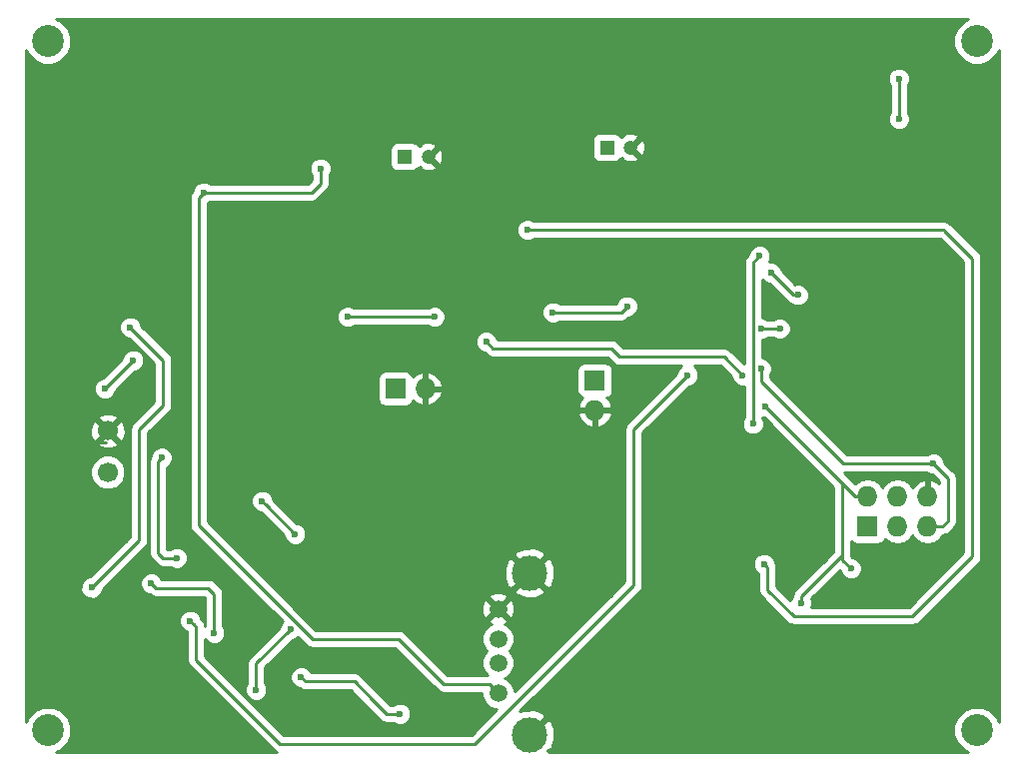
<source format=gbl>
G04 #@! TF.FileFunction,Copper,L2,Bot,Signal*
%FSLAX46Y46*%
G04 Gerber Fmt 4.6, Leading zero omitted, Abs format (unit mm)*
G04 Created by KiCad (PCBNEW (after 2015-mar-04 BZR unknown)-product) date Fri 03 Jul 2015 12:32:40 AM EDT*
%MOMM*%
G01*
G04 APERTURE LIST*
%ADD10C,0.100000*%
%ADD11R,1.727200X1.727200*%
%ADD12O,1.727200X1.727200*%
%ADD13C,1.501140*%
%ADD14C,2.999740*%
%ADD15C,2.700000*%
%ADD16C,1.700000*%
%ADD17R,1.200000X1.200000*%
%ADD18C,1.200000*%
%ADD19C,0.600000*%
%ADD20C,0.250000*%
%ADD21C,0.254000*%
G04 APERTURE END LIST*
D10*
D11*
X172974000Y-97663000D03*
D12*
X172974000Y-95123000D03*
X175514000Y-97663000D03*
X175514000Y-95123000D03*
X178054000Y-97663000D03*
X178054000Y-95123000D03*
D13*
X141668500Y-104648000D03*
X141668500Y-107188000D03*
X141668500Y-109220000D03*
X141668500Y-111760000D03*
D14*
X144335500Y-101600000D03*
X144335500Y-115316000D03*
D11*
X132969000Y-85979000D03*
D12*
X135509000Y-85979000D03*
D11*
X149860000Y-85280500D03*
D12*
X149860000Y-87820500D03*
D15*
X103505000Y-114935000D03*
X103505000Y-56515000D03*
X182245000Y-56515000D03*
X182245000Y-114935000D03*
D16*
X108585000Y-93063000D03*
X108585000Y-89563000D03*
D17*
X150892000Y-65532000D03*
D18*
X152892000Y-65532000D03*
D17*
X133747000Y-66294000D03*
D18*
X135747000Y-66294000D03*
D19*
X171958000Y-86106000D03*
X121539000Y-65278000D03*
X141668500Y-64897000D03*
X129730500Y-100012500D03*
X124968000Y-108712000D03*
X115887500Y-100457000D03*
X108077000Y-95948500D03*
X117919500Y-82042000D03*
X139636500Y-80645000D03*
X129032000Y-74041000D03*
X145796000Y-73914000D03*
X157861000Y-86550500D03*
X119253000Y-98107500D03*
X113157000Y-80454500D03*
X117919500Y-61849000D03*
X171069000Y-71564500D03*
X166624000Y-74866500D03*
X174752000Y-79375000D03*
X106807000Y-60198000D03*
X149860000Y-96266000D03*
X159512000Y-99314000D03*
X122428000Y-76454000D03*
X124080456Y-106364456D03*
X121158000Y-111506000D03*
X107205476Y-102852524D03*
X110490000Y-80772000D03*
X167386000Y-104140000D03*
X124460000Y-98298000D03*
X121666000Y-95504000D03*
X164338000Y-87503000D03*
X171577000Y-101219000D03*
X163957000Y-84264500D03*
X178562000Y-92329000D03*
X116713000Y-69342000D03*
X126619000Y-67310000D03*
X164211000Y-100838000D03*
X144145000Y-72517000D03*
X157734000Y-84836000D03*
X115570000Y-105664000D03*
X163258500Y-88963500D03*
X163830000Y-74739500D03*
X175641000Y-59690000D03*
X175641000Y-63119000D03*
X162369500Y-84836000D03*
X140652500Y-81978500D03*
X164782500Y-76136500D03*
X167068500Y-78041500D03*
X163957000Y-80899000D03*
X165538000Y-80895107D03*
X133350000Y-113538000D03*
X124968000Y-110426500D03*
X113157000Y-91821000D03*
X114427000Y-100330000D03*
X136271000Y-79883000D03*
X128905000Y-79883000D03*
X146304000Y-79502000D03*
X152590500Y-78994000D03*
X117602000Y-106680000D03*
X112268000Y-102489000D03*
X110744000Y-83566000D03*
X108331000Y-85979000D03*
D20*
X129730500Y-97790000D02*
X130492500Y-97028000D01*
X129730500Y-100012500D02*
X129730500Y-97790000D01*
X124968000Y-108712000D02*
X123634500Y-110045500D01*
X123634500Y-110045500D02*
X123634500Y-111760000D01*
X107777001Y-95648501D02*
X107396001Y-95648501D01*
X108077000Y-95948500D02*
X107777001Y-95648501D01*
X107396001Y-95648501D02*
X105918000Y-94170500D01*
X105918000Y-94170500D02*
X105918000Y-90868500D01*
X106235500Y-90551000D02*
X108458000Y-90551000D01*
X105918000Y-90868500D02*
X106235500Y-90551000D01*
X117619501Y-61549001D02*
X107904001Y-61549001D01*
X117919500Y-61849000D02*
X117619501Y-61549001D01*
X106807000Y-60452000D02*
X106807000Y-60198000D01*
X107904001Y-61549001D02*
X106807000Y-60452000D01*
X117919500Y-80962500D02*
X117919500Y-82042000D01*
X122428000Y-76454000D02*
X117919500Y-80962500D01*
X121158000Y-111506000D02*
X121158000Y-109286912D01*
X121158000Y-109286912D02*
X124080456Y-106364456D01*
X111252000Y-89408000D02*
X111252000Y-98806000D01*
X111252000Y-98806000D02*
X107205476Y-102852524D01*
X113284000Y-87376000D02*
X111252000Y-89408000D01*
X113284000Y-83566000D02*
X113284000Y-87376000D01*
X110490000Y-80772000D02*
X113284000Y-83566000D01*
X167386000Y-104140000D02*
X167386000Y-103548264D01*
X167386000Y-103548264D02*
X169969264Y-100965000D01*
X121965999Y-95803999D02*
X124460000Y-98298000D01*
X121666000Y-95504000D02*
X121965999Y-95803999D01*
X172974000Y-95123000D02*
X171958000Y-95123000D01*
X170859303Y-100074961D02*
X170859303Y-94024303D01*
X169969264Y-100965000D02*
X170859303Y-100074961D01*
X170859303Y-94024303D02*
X164338000Y-87503000D01*
X171958000Y-95123000D02*
X170859303Y-94024303D01*
X170859303Y-100501303D02*
X170859303Y-100074961D01*
X171577000Y-101219000D02*
X170859303Y-100501303D01*
X179324000Y-97663000D02*
X178054000Y-97663000D01*
X170942000Y-92329000D02*
X178562000Y-92329000D01*
X163957000Y-85344000D02*
X170942000Y-92329000D01*
X163957000Y-84264500D02*
X163957000Y-85344000D01*
X179788663Y-93555663D02*
X179638621Y-93405621D01*
X179788663Y-97198337D02*
X179788663Y-93555663D01*
X178562000Y-92329000D02*
X179638621Y-93405621D01*
X179788663Y-97198337D02*
X179324000Y-97663000D01*
X116713000Y-69342000D02*
X125857000Y-69342000D01*
X125857000Y-69342000D02*
X126619000Y-68580000D01*
X126619000Y-68580000D02*
X126619000Y-67310000D01*
X140917931Y-111009431D02*
X137044431Y-111009431D01*
X141668500Y-111760000D02*
X140917931Y-111009431D01*
X137044431Y-111009431D02*
X133223000Y-107188000D01*
X133223000Y-107188000D02*
X125920500Y-107188000D01*
X125920500Y-107188000D02*
X116268500Y-97536000D01*
X116268500Y-69786500D02*
X116713000Y-69342000D01*
X116268500Y-97536000D02*
X116268500Y-69786500D01*
X164510999Y-101137999D02*
X164510999Y-103042999D01*
X164211000Y-100838000D02*
X164510999Y-101137999D01*
X164510999Y-103042999D02*
X166751000Y-105283000D01*
X166751000Y-105283000D02*
X176784000Y-105283000D01*
X176784000Y-105283000D02*
X181864000Y-100203000D01*
X181864000Y-100203000D02*
X181864000Y-74930000D01*
X179451000Y-72517000D02*
X179485248Y-72551248D01*
X144145000Y-72517000D02*
X179451000Y-72517000D01*
X181864000Y-74930000D02*
X179485248Y-72551248D01*
X157734000Y-84836000D02*
X153162000Y-89408000D01*
X153162000Y-102616000D02*
X139700000Y-116078000D01*
X153162000Y-89408000D02*
X153162000Y-102616000D01*
X139700000Y-116078000D02*
X123190000Y-116078000D01*
X123190000Y-116078000D02*
X116078000Y-108966000D01*
X116078000Y-108966000D02*
X116078000Y-106172000D01*
X116078000Y-106172000D02*
X115869999Y-105963999D01*
X115869999Y-105963999D02*
X115570000Y-105664000D01*
X163258500Y-88963500D02*
X163258500Y-88539236D01*
X163258500Y-88539236D02*
X163258500Y-75501500D01*
X163258500Y-75311000D02*
X163830000Y-74739500D01*
X163258500Y-75501500D02*
X163258500Y-75311000D01*
X175641000Y-63119000D02*
X175641000Y-59690000D01*
X151988861Y-83281861D02*
X151257000Y-82550000D01*
X151988861Y-83281861D02*
X160815361Y-83281861D01*
X160815361Y-83281861D02*
X162369500Y-84836000D01*
X141224000Y-82550000D02*
X140652500Y-81978500D01*
X151257000Y-82550000D02*
X141224000Y-82550000D01*
X164782500Y-76136500D02*
X165082499Y-76436499D01*
X166687500Y-78041500D02*
X167068500Y-78041500D01*
X165082499Y-76436499D02*
X166687500Y-78041500D01*
X165534107Y-80899000D02*
X165538000Y-80895107D01*
X163957000Y-80899000D02*
X165534107Y-80899000D01*
X131064000Y-112395000D02*
X132207000Y-113538000D01*
X132207000Y-113538000D02*
X133350000Y-113538000D01*
X124968000Y-110426500D02*
X125349000Y-110807500D01*
X125349000Y-110807500D02*
X125412500Y-110807500D01*
X125349000Y-110807500D02*
X129476500Y-110807500D01*
X129476500Y-110807500D02*
X131064000Y-112395000D01*
X113157000Y-91821000D02*
X112857001Y-92120999D01*
X112857001Y-99903001D02*
X113284000Y-100330000D01*
X113284000Y-100330000D02*
X114427000Y-100330000D01*
X112857001Y-92120999D02*
X112857001Y-99903001D01*
X136271000Y-79883000D02*
X128905000Y-79883000D01*
X146304000Y-79502000D02*
X152082500Y-79502000D01*
X152082500Y-79502000D02*
X152590500Y-78994000D01*
X117602000Y-106680000D02*
X117602000Y-103378000D01*
X117602000Y-103378000D02*
X117094000Y-102870000D01*
X117094000Y-102870000D02*
X112649000Y-102870000D01*
X112649000Y-102870000D02*
X112268000Y-102489000D01*
X110744000Y-83566000D02*
X110444001Y-83865999D01*
X110444001Y-83865999D02*
X108331000Y-85979000D01*
D21*
G36*
X179028663Y-94022605D02*
X178828947Y-93840312D01*
X178413026Y-93668042D01*
X178181000Y-93789183D01*
X178181000Y-94996000D01*
X178201000Y-94996000D01*
X178201000Y-95250000D01*
X178181000Y-95250000D01*
X178181000Y-95270000D01*
X177927000Y-95270000D01*
X177927000Y-95250000D01*
X177907000Y-95250000D01*
X177907000Y-94996000D01*
X177927000Y-94996000D01*
X177927000Y-93789183D01*
X177694974Y-93668042D01*
X177279053Y-93840312D01*
X176847179Y-94234510D01*
X176789663Y-94357228D01*
X176573670Y-94033971D01*
X176087489Y-93709115D01*
X175514000Y-93595041D01*
X174940511Y-93709115D01*
X174454330Y-94033971D01*
X174244000Y-94348751D01*
X174033670Y-94033971D01*
X173547489Y-93709115D01*
X172974000Y-93595041D01*
X172400511Y-93709115D01*
X171931979Y-94022177D01*
X171396704Y-93486902D01*
X170998802Y-93089000D01*
X177999537Y-93089000D01*
X178031673Y-93121192D01*
X178375201Y-93263838D01*
X178422076Y-93263878D01*
X179028663Y-93870465D01*
X179028663Y-94022605D01*
X179028663Y-94022605D01*
G37*
X179028663Y-94022605D02*
X178828947Y-93840312D01*
X178413026Y-93668042D01*
X178181000Y-93789183D01*
X178181000Y-94996000D01*
X178201000Y-94996000D01*
X178201000Y-95250000D01*
X178181000Y-95250000D01*
X178181000Y-95270000D01*
X177927000Y-95270000D01*
X177927000Y-95250000D01*
X177907000Y-95250000D01*
X177907000Y-94996000D01*
X177927000Y-94996000D01*
X177927000Y-93789183D01*
X177694974Y-93668042D01*
X177279053Y-93840312D01*
X176847179Y-94234510D01*
X176789663Y-94357228D01*
X176573670Y-94033971D01*
X176087489Y-93709115D01*
X175514000Y-93595041D01*
X174940511Y-93709115D01*
X174454330Y-94033971D01*
X174244000Y-94348751D01*
X174033670Y-94033971D01*
X173547489Y-93709115D01*
X172974000Y-93595041D01*
X172400511Y-93709115D01*
X171931979Y-94022177D01*
X171396704Y-93486902D01*
X170998802Y-93089000D01*
X177999537Y-93089000D01*
X178031673Y-93121192D01*
X178375201Y-93263838D01*
X178422076Y-93263878D01*
X179028663Y-93870465D01*
X179028663Y-94022605D01*
G36*
X184100000Y-114226436D02*
X183928782Y-113812057D01*
X183370880Y-113253181D01*
X182641573Y-112950346D01*
X181851891Y-112949657D01*
X181122057Y-113251218D01*
X180563181Y-113809120D01*
X180260346Y-114538427D01*
X180259657Y-115328109D01*
X180561218Y-116057943D01*
X181119120Y-116616819D01*
X181536185Y-116790000D01*
X180975000Y-116790000D01*
X146478095Y-116790000D01*
X145936292Y-116790000D01*
X145962700Y-116763592D01*
X145849378Y-116650270D01*
X146168132Y-116490505D01*
X146478095Y-115699783D01*
X146461867Y-114850634D01*
X146168132Y-114141495D01*
X145849377Y-113981728D01*
X144515105Y-115316000D01*
X144529247Y-115330142D01*
X144349642Y-115509747D01*
X144335500Y-115495605D01*
X144321357Y-115509747D01*
X144141752Y-115330142D01*
X144155895Y-115316000D01*
X144141752Y-115301857D01*
X144321357Y-115122252D01*
X144335500Y-115136395D01*
X145669772Y-113802123D01*
X145510005Y-113483368D01*
X144719283Y-113173405D01*
X143870134Y-113189633D01*
X143516822Y-113335979D01*
X153699401Y-103153401D01*
X153864148Y-102906839D01*
X153922000Y-102616000D01*
X153922000Y-89722802D01*
X157873679Y-85771122D01*
X157919167Y-85771162D01*
X158262943Y-85629117D01*
X158526192Y-85366327D01*
X158668838Y-85022799D01*
X158669162Y-84650833D01*
X158527117Y-84307057D01*
X158264327Y-84043808D01*
X158259638Y-84041861D01*
X160500559Y-84041861D01*
X161434377Y-84975679D01*
X161434338Y-85021167D01*
X161576383Y-85364943D01*
X161839173Y-85628192D01*
X162182701Y-85770838D01*
X162498500Y-85771113D01*
X162498500Y-88401037D01*
X162466308Y-88433173D01*
X162323662Y-88776701D01*
X162323338Y-89148667D01*
X162465383Y-89492443D01*
X162728173Y-89755692D01*
X163071701Y-89898338D01*
X163443667Y-89898662D01*
X163787443Y-89756617D01*
X164050692Y-89493827D01*
X164193338Y-89150299D01*
X164193662Y-88778333D01*
X164051617Y-88434557D01*
X164018500Y-88401382D01*
X164018500Y-88382735D01*
X164151201Y-88437838D01*
X164198076Y-88437878D01*
X170099303Y-94339105D01*
X170099303Y-99760159D01*
X169431863Y-100427599D01*
X166848599Y-103010863D01*
X166683852Y-103257425D01*
X166626000Y-103548264D01*
X166626000Y-103577537D01*
X166593808Y-103609673D01*
X166464318Y-103921516D01*
X165270999Y-102728197D01*
X165270999Y-101137999D01*
X165213147Y-100847160D01*
X165146080Y-100746787D01*
X165146162Y-100652833D01*
X165004117Y-100309057D01*
X164741327Y-100045808D01*
X164397799Y-99903162D01*
X164025833Y-99902838D01*
X163682057Y-100044883D01*
X163418808Y-100307673D01*
X163276162Y-100651201D01*
X163275838Y-101023167D01*
X163417883Y-101366943D01*
X163680673Y-101630192D01*
X163750999Y-101659394D01*
X163750999Y-103042999D01*
X163808851Y-103333838D01*
X163973598Y-103580400D01*
X166213599Y-105820401D01*
X166460161Y-105985148D01*
X166751000Y-106043000D01*
X176784000Y-106043000D01*
X177074839Y-105985148D01*
X177321401Y-105820401D01*
X182401401Y-100740401D01*
X182566148Y-100493839D01*
X182624000Y-100203000D01*
X182624000Y-74930000D01*
X182566148Y-74639161D01*
X182566148Y-74639160D01*
X182401401Y-74392599D01*
X180022649Y-72013847D01*
X179988401Y-71979599D01*
X179741839Y-71814852D01*
X179451000Y-71757000D01*
X176576162Y-71757000D01*
X176576162Y-62933833D01*
X176434117Y-62590057D01*
X176401000Y-62556882D01*
X176401000Y-60252462D01*
X176433192Y-60220327D01*
X176575838Y-59876799D01*
X176576162Y-59504833D01*
X176434117Y-59161057D01*
X176171327Y-58897808D01*
X175827799Y-58755162D01*
X175455833Y-58754838D01*
X175112057Y-58896883D01*
X174848808Y-59159673D01*
X174706162Y-59503201D01*
X174705838Y-59875167D01*
X174847883Y-60218943D01*
X174881000Y-60252117D01*
X174881000Y-62556537D01*
X174848808Y-62588673D01*
X174706162Y-62932201D01*
X174705838Y-63304167D01*
X174847883Y-63647943D01*
X175110673Y-63911192D01*
X175454201Y-64053838D01*
X175826167Y-64054162D01*
X176169943Y-63912117D01*
X176433192Y-63649327D01*
X176575838Y-63305799D01*
X176576162Y-62933833D01*
X176576162Y-71757000D01*
X154139807Y-71757000D01*
X154139807Y-65700964D01*
X154109482Y-65210587D01*
X153980164Y-64898383D01*
X153754735Y-64848870D01*
X153575130Y-65028475D01*
X153071605Y-65532000D01*
X153754735Y-66215130D01*
X153980164Y-66165617D01*
X154139807Y-65700964D01*
X154139807Y-71757000D01*
X153575130Y-71757000D01*
X153575130Y-66394735D01*
X152892000Y-65711605D01*
X152877857Y-65725747D01*
X152712395Y-65560285D01*
X152698252Y-65546142D01*
X152712395Y-65532000D01*
X152698252Y-65517857D01*
X152877857Y-65338252D01*
X152892000Y-65352395D01*
X153575130Y-64669265D01*
X153525617Y-64443836D01*
X153060964Y-64284193D01*
X152570587Y-64314518D01*
X152258383Y-64443836D01*
X152208870Y-64669262D01*
X152093178Y-64553570D01*
X152038705Y-64608042D01*
X151952673Y-64477073D01*
X151741640Y-64334623D01*
X151492000Y-64284560D01*
X150292000Y-64284560D01*
X150049877Y-64331537D01*
X149837073Y-64471327D01*
X149694623Y-64682360D01*
X149644560Y-64932000D01*
X149644560Y-66132000D01*
X149691537Y-66374123D01*
X149831327Y-66586927D01*
X150042360Y-66729377D01*
X150292000Y-66779440D01*
X151492000Y-66779440D01*
X151734123Y-66732463D01*
X151946927Y-66592673D01*
X152039007Y-66456259D01*
X152093178Y-66510430D01*
X152208870Y-66394737D01*
X152258383Y-66620164D01*
X152723036Y-66779807D01*
X153213413Y-66749482D01*
X153525617Y-66620164D01*
X153575130Y-66394735D01*
X153575130Y-71757000D01*
X144707462Y-71757000D01*
X144675327Y-71724808D01*
X144331799Y-71582162D01*
X143959833Y-71581838D01*
X143616057Y-71723883D01*
X143352808Y-71986673D01*
X143210162Y-72330201D01*
X143209838Y-72702167D01*
X143351883Y-73045943D01*
X143614673Y-73309192D01*
X143958201Y-73451838D01*
X144330167Y-73452162D01*
X144673943Y-73310117D01*
X144707117Y-73277000D01*
X179136198Y-73277000D01*
X181104000Y-75244802D01*
X181104000Y-99888198D01*
X176469198Y-104523000D01*
X168239367Y-104523000D01*
X168320838Y-104326799D01*
X168321162Y-103954833D01*
X168243116Y-103765949D01*
X170506665Y-101502401D01*
X170641870Y-101367195D01*
X170641838Y-101404167D01*
X170783883Y-101747943D01*
X171046673Y-102011192D01*
X171390201Y-102153838D01*
X171762167Y-102154162D01*
X172105943Y-102012117D01*
X172369192Y-101749327D01*
X172511838Y-101405799D01*
X172512162Y-101033833D01*
X172370117Y-100690057D01*
X172107327Y-100426808D01*
X171763799Y-100284162D01*
X171716923Y-100284121D01*
X171619303Y-100186501D01*
X171619303Y-100074961D01*
X171619303Y-98935212D01*
X171649727Y-98981527D01*
X171860760Y-99123977D01*
X172110400Y-99174040D01*
X173837600Y-99174040D01*
X174079723Y-99127063D01*
X174292527Y-98987273D01*
X174434977Y-98776240D01*
X174443179Y-98735340D01*
X174454330Y-98752029D01*
X174940511Y-99076885D01*
X175514000Y-99190959D01*
X176087489Y-99076885D01*
X176573670Y-98752029D01*
X176784000Y-98437248D01*
X176994330Y-98752029D01*
X177480511Y-99076885D01*
X178054000Y-99190959D01*
X178627489Y-99076885D01*
X179113670Y-98752029D01*
X179334979Y-98420815D01*
X179614839Y-98365148D01*
X179861401Y-98200401D01*
X180326064Y-97735738D01*
X180490811Y-97489176D01*
X180548663Y-97198337D01*
X180548663Y-93555663D01*
X180500409Y-93313076D01*
X180490811Y-93264824D01*
X180490811Y-93264823D01*
X180326064Y-93018262D01*
X180176022Y-92868220D01*
X179497122Y-92189320D01*
X179497162Y-92143833D01*
X179355117Y-91800057D01*
X179092327Y-91536808D01*
X178748799Y-91394162D01*
X178376833Y-91393838D01*
X178033057Y-91535883D01*
X177999882Y-91569000D01*
X171256801Y-91569000D01*
X164717000Y-85029198D01*
X164717000Y-84826962D01*
X164749192Y-84794827D01*
X164891838Y-84451299D01*
X164892162Y-84079333D01*
X164750117Y-83735557D01*
X164487327Y-83472308D01*
X164143799Y-83329662D01*
X164018500Y-83329552D01*
X164018500Y-81834054D01*
X164142167Y-81834162D01*
X164485943Y-81692117D01*
X164519117Y-81659000D01*
X164979423Y-81659000D01*
X165007673Y-81687299D01*
X165351201Y-81829945D01*
X165723167Y-81830269D01*
X166066943Y-81688224D01*
X166330192Y-81425434D01*
X166472838Y-81081906D01*
X166473162Y-80709940D01*
X166331117Y-80366164D01*
X166068327Y-80102915D01*
X165724799Y-79960269D01*
X165352833Y-79959945D01*
X165009057Y-80101990D01*
X164971982Y-80139000D01*
X164519462Y-80139000D01*
X164487327Y-80106808D01*
X164143799Y-79964162D01*
X164018500Y-79964052D01*
X164018500Y-76694610D01*
X164252173Y-76928692D01*
X164595701Y-77071338D01*
X164642576Y-77071378D01*
X166150099Y-78578901D01*
X166396660Y-78743648D01*
X166396661Y-78743648D01*
X166461076Y-78756461D01*
X166461077Y-78756461D01*
X166538173Y-78833692D01*
X166881701Y-78976338D01*
X167253667Y-78976662D01*
X167597443Y-78834617D01*
X167860692Y-78571827D01*
X168003338Y-78228299D01*
X168003662Y-77856333D01*
X167861617Y-77512557D01*
X167598827Y-77249308D01*
X167255299Y-77106662D01*
X166883333Y-77106338D01*
X166843569Y-77122767D01*
X165717622Y-75996820D01*
X165717662Y-75951333D01*
X165575617Y-75607557D01*
X165312827Y-75344308D01*
X164969299Y-75201662D01*
X164650611Y-75201384D01*
X164764838Y-74926299D01*
X164765162Y-74554333D01*
X164623117Y-74210557D01*
X164360327Y-73947308D01*
X164016799Y-73804662D01*
X163644833Y-73804338D01*
X163301057Y-73946383D01*
X163037808Y-74209173D01*
X162895162Y-74552701D01*
X162895121Y-74599576D01*
X162721099Y-74773599D01*
X162556352Y-75020161D01*
X162498500Y-75311000D01*
X162498500Y-75501500D01*
X162498500Y-83890198D01*
X161352762Y-82744460D01*
X161106200Y-82579713D01*
X160815361Y-82521861D01*
X153525662Y-82521861D01*
X153525662Y-78808833D01*
X153383617Y-78465057D01*
X153120827Y-78201808D01*
X152777299Y-78059162D01*
X152405333Y-78058838D01*
X152061557Y-78200883D01*
X151798308Y-78463673D01*
X151682735Y-78742000D01*
X146866462Y-78742000D01*
X146834327Y-78709808D01*
X146490799Y-78567162D01*
X146118833Y-78566838D01*
X145775057Y-78708883D01*
X145511808Y-78971673D01*
X145369162Y-79315201D01*
X145368838Y-79687167D01*
X145510883Y-80030943D01*
X145773673Y-80294192D01*
X146117201Y-80436838D01*
X146489167Y-80437162D01*
X146832943Y-80295117D01*
X146866117Y-80262000D01*
X152082500Y-80262000D01*
X152373339Y-80204148D01*
X152619901Y-80039401D01*
X152730179Y-79929122D01*
X152775667Y-79929162D01*
X153119443Y-79787117D01*
X153382692Y-79524327D01*
X153525338Y-79180799D01*
X153525662Y-78808833D01*
X153525662Y-82521861D01*
X152303663Y-82521861D01*
X151794401Y-82012599D01*
X151547839Y-81847852D01*
X151257000Y-81790000D01*
X141586284Y-81790000D01*
X141445617Y-81449557D01*
X141182827Y-81186308D01*
X140839299Y-81043662D01*
X140467333Y-81043338D01*
X140123557Y-81185383D01*
X139860308Y-81448173D01*
X139717662Y-81791701D01*
X139717338Y-82163667D01*
X139859383Y-82507443D01*
X140122173Y-82770692D01*
X140465701Y-82913338D01*
X140512576Y-82913378D01*
X140686599Y-83087401D01*
X140933161Y-83252148D01*
X141224000Y-83310000D01*
X150942198Y-83310000D01*
X151451460Y-83819262D01*
X151698022Y-83984009D01*
X151988861Y-84041861D01*
X157207530Y-84041861D01*
X157205057Y-84042883D01*
X156941808Y-84305673D01*
X156799162Y-84649201D01*
X156799121Y-84696076D01*
X152624599Y-88870599D01*
X152459852Y-89117161D01*
X152402000Y-89408000D01*
X152402000Y-102301198D01*
X151371040Y-103332157D01*
X151371040Y-86144100D01*
X151371040Y-84416900D01*
X151324063Y-84174777D01*
X151184273Y-83961973D01*
X150973240Y-83819523D01*
X150723600Y-83769460D01*
X148996400Y-83769460D01*
X148754277Y-83816437D01*
X148541473Y-83956227D01*
X148399023Y-84167260D01*
X148348960Y-84416900D01*
X148348960Y-86144100D01*
X148395937Y-86386223D01*
X148535727Y-86599027D01*
X148746760Y-86741477D01*
X148841178Y-86760411D01*
X148653179Y-86932010D01*
X148405032Y-87461473D01*
X148525531Y-87693500D01*
X149733000Y-87693500D01*
X149733000Y-87673500D01*
X149987000Y-87673500D01*
X149987000Y-87693500D01*
X151194469Y-87693500D01*
X151314968Y-87461473D01*
X151066821Y-86932010D01*
X150879736Y-86761246D01*
X150965723Y-86744563D01*
X151178527Y-86604773D01*
X151320977Y-86393740D01*
X151371040Y-86144100D01*
X151371040Y-103332157D01*
X151314968Y-103388229D01*
X151314968Y-88179527D01*
X151194469Y-87947500D01*
X149987000Y-87947500D01*
X149987000Y-89154317D01*
X150219026Y-89275458D01*
X150634947Y-89103188D01*
X151066821Y-88708990D01*
X151314968Y-88179527D01*
X151314968Y-103388229D01*
X149733000Y-104970197D01*
X149733000Y-89154317D01*
X149733000Y-87947500D01*
X148525531Y-87947500D01*
X148405032Y-88179527D01*
X148653179Y-88708990D01*
X149085053Y-89103188D01*
X149500974Y-89275458D01*
X149733000Y-89154317D01*
X149733000Y-104970197D01*
X146478095Y-108225102D01*
X146478095Y-101983783D01*
X146461867Y-101134634D01*
X146168132Y-100425495D01*
X145849377Y-100265728D01*
X145669772Y-100445333D01*
X145669772Y-100086123D01*
X145510005Y-99767368D01*
X144719283Y-99457405D01*
X143870134Y-99473633D01*
X143160995Y-99767368D01*
X143001228Y-100086123D01*
X144335500Y-101420395D01*
X145669772Y-100086123D01*
X145669772Y-100445333D01*
X144515105Y-101600000D01*
X145849377Y-102934272D01*
X146168132Y-102774505D01*
X146478095Y-101983783D01*
X146478095Y-108225102D01*
X145669772Y-109033425D01*
X145669772Y-103113877D01*
X144335500Y-101779605D01*
X144155895Y-101959210D01*
X144155895Y-101600000D01*
X142821623Y-100265728D01*
X142502868Y-100425495D01*
X142192905Y-101216217D01*
X142209133Y-102065366D01*
X142502868Y-102774505D01*
X142821623Y-102934272D01*
X144155895Y-101600000D01*
X144155895Y-101959210D01*
X143001228Y-103113877D01*
X143160995Y-103432632D01*
X143951717Y-103742595D01*
X144800866Y-103726367D01*
X145510005Y-103432632D01*
X145669772Y-103113877D01*
X145669772Y-109033425D01*
X143066267Y-111636930D01*
X143066267Y-104852966D01*
X143038305Y-104302462D01*
X142881431Y-103923735D01*
X142640430Y-103855675D01*
X142460825Y-104035280D01*
X142460825Y-103676070D01*
X142392765Y-103435069D01*
X141873466Y-103250233D01*
X141322962Y-103278195D01*
X140944235Y-103435069D01*
X140876175Y-103676070D01*
X141668500Y-104468395D01*
X142460825Y-103676070D01*
X142460825Y-104035280D01*
X141848105Y-104648000D01*
X142640430Y-105440325D01*
X142881431Y-105372265D01*
X143066267Y-104852966D01*
X143066267Y-111636930D01*
X143054167Y-111649030D01*
X143054310Y-111485602D01*
X142843814Y-110976163D01*
X142454387Y-110586056D01*
X142223118Y-110490025D01*
X142452337Y-110395314D01*
X142842444Y-110005887D01*
X143053829Y-109496816D01*
X143054310Y-108945602D01*
X142843814Y-108436163D01*
X142611992Y-108203936D01*
X142842444Y-107973887D01*
X143053829Y-107464816D01*
X143054310Y-106913602D01*
X142843814Y-106404163D01*
X142454387Y-106014056D01*
X142239003Y-105924621D01*
X142392765Y-105860931D01*
X142460825Y-105619930D01*
X141668500Y-104827605D01*
X141488895Y-105007210D01*
X141488895Y-104648000D01*
X140696570Y-103855675D01*
X140455569Y-103923735D01*
X140270733Y-104443034D01*
X140298695Y-104993538D01*
X140455569Y-105372265D01*
X140696570Y-105440325D01*
X141488895Y-104648000D01*
X141488895Y-105007210D01*
X140876175Y-105619930D01*
X140944235Y-105860931D01*
X141109540Y-105919768D01*
X140884663Y-106012686D01*
X140494556Y-106402113D01*
X140283171Y-106911184D01*
X140282690Y-107462398D01*
X140493186Y-107971837D01*
X140725007Y-108204063D01*
X140494556Y-108434113D01*
X140283171Y-108943184D01*
X140282690Y-109494398D01*
X140493186Y-110003837D01*
X140738351Y-110249431D01*
X137359233Y-110249431D01*
X137206162Y-110096360D01*
X137206162Y-79697833D01*
X137064117Y-79354057D01*
X136994807Y-79284625D01*
X136994807Y-66462964D01*
X136964482Y-65972587D01*
X136835164Y-65660383D01*
X136609735Y-65610870D01*
X136430130Y-65790475D01*
X135926605Y-66294000D01*
X136609735Y-66977130D01*
X136835164Y-66927617D01*
X136994807Y-66462964D01*
X136994807Y-79284625D01*
X136801327Y-79090808D01*
X136457799Y-78948162D01*
X136430130Y-78948137D01*
X136430130Y-67156735D01*
X135747000Y-66473605D01*
X135732857Y-66487747D01*
X135567395Y-66322285D01*
X135553252Y-66308142D01*
X135567395Y-66294000D01*
X135553252Y-66279857D01*
X135732857Y-66100252D01*
X135747000Y-66114395D01*
X136430130Y-65431265D01*
X136380617Y-65205836D01*
X135915964Y-65046193D01*
X135425587Y-65076518D01*
X135113383Y-65205836D01*
X135063870Y-65431262D01*
X134948178Y-65315570D01*
X134893705Y-65370042D01*
X134807673Y-65239073D01*
X134596640Y-65096623D01*
X134347000Y-65046560D01*
X133147000Y-65046560D01*
X132904877Y-65093537D01*
X132692073Y-65233327D01*
X132549623Y-65444360D01*
X132499560Y-65694000D01*
X132499560Y-66894000D01*
X132546537Y-67136123D01*
X132686327Y-67348927D01*
X132897360Y-67491377D01*
X133147000Y-67541440D01*
X134347000Y-67541440D01*
X134589123Y-67494463D01*
X134801927Y-67354673D01*
X134894007Y-67218259D01*
X134948178Y-67272430D01*
X135063870Y-67156737D01*
X135113383Y-67382164D01*
X135578036Y-67541807D01*
X136068413Y-67511482D01*
X136380617Y-67382164D01*
X136430130Y-67156735D01*
X136430130Y-78948137D01*
X136085833Y-78947838D01*
X135742057Y-79089883D01*
X135708882Y-79123000D01*
X129467462Y-79123000D01*
X129435327Y-79090808D01*
X129091799Y-78948162D01*
X128719833Y-78947838D01*
X128376057Y-79089883D01*
X128112808Y-79352673D01*
X127970162Y-79696201D01*
X127969838Y-80068167D01*
X128111883Y-80411943D01*
X128374673Y-80675192D01*
X128718201Y-80817838D01*
X129090167Y-80818162D01*
X129433943Y-80676117D01*
X129467117Y-80643000D01*
X135708537Y-80643000D01*
X135740673Y-80675192D01*
X136084201Y-80817838D01*
X136456167Y-80818162D01*
X136799943Y-80676117D01*
X137063192Y-80413327D01*
X137205838Y-80069799D01*
X137206162Y-79697833D01*
X137206162Y-110096360D01*
X136963958Y-109854156D01*
X136963958Y-86338026D01*
X136963958Y-85619974D01*
X136791688Y-85204053D01*
X136397490Y-84772179D01*
X135868027Y-84524032D01*
X135636000Y-84644531D01*
X135636000Y-85852000D01*
X136842817Y-85852000D01*
X136963958Y-85619974D01*
X136963958Y-86338026D01*
X136842817Y-86106000D01*
X135636000Y-86106000D01*
X135636000Y-87313469D01*
X135868027Y-87433968D01*
X136397490Y-87185821D01*
X136791688Y-86753947D01*
X136963958Y-86338026D01*
X136963958Y-109854156D01*
X135382000Y-108272198D01*
X135382000Y-87313469D01*
X135382000Y-86106000D01*
X135362000Y-86106000D01*
X135362000Y-85852000D01*
X135382000Y-85852000D01*
X135382000Y-84644531D01*
X135149973Y-84524032D01*
X134620510Y-84772179D01*
X134449746Y-84959263D01*
X134433063Y-84873277D01*
X134293273Y-84660473D01*
X134082240Y-84518023D01*
X133832600Y-84467960D01*
X132105400Y-84467960D01*
X131863277Y-84514937D01*
X131650473Y-84654727D01*
X131508023Y-84865760D01*
X131457960Y-85115400D01*
X131457960Y-86842600D01*
X131504937Y-87084723D01*
X131644727Y-87297527D01*
X131855760Y-87439977D01*
X132105400Y-87490040D01*
X133832600Y-87490040D01*
X134074723Y-87443063D01*
X134287527Y-87303273D01*
X134429977Y-87092240D01*
X134448911Y-86997821D01*
X134620510Y-87185821D01*
X135149973Y-87433968D01*
X135382000Y-87313469D01*
X135382000Y-108272198D01*
X133760401Y-106650599D01*
X133513839Y-106485852D01*
X133223000Y-106428000D01*
X126235302Y-106428000D01*
X125395162Y-105587860D01*
X125395162Y-98112833D01*
X125253117Y-97769057D01*
X124990327Y-97505808D01*
X124646799Y-97363162D01*
X124599923Y-97363121D01*
X122601122Y-95364320D01*
X122601162Y-95318833D01*
X122459117Y-94975057D01*
X122196327Y-94711808D01*
X121852799Y-94569162D01*
X121480833Y-94568838D01*
X121137057Y-94710883D01*
X120873808Y-94973673D01*
X120731162Y-95317201D01*
X120730838Y-95689167D01*
X120872883Y-96032943D01*
X121135673Y-96296192D01*
X121479201Y-96438838D01*
X121526076Y-96438878D01*
X123524877Y-98437679D01*
X123524838Y-98483167D01*
X123666883Y-98826943D01*
X123929673Y-99090192D01*
X124273201Y-99232838D01*
X124645167Y-99233162D01*
X124988943Y-99091117D01*
X125252192Y-98828327D01*
X125394838Y-98484799D01*
X125395162Y-98112833D01*
X125395162Y-105587860D01*
X117028500Y-97221198D01*
X117028500Y-70223309D01*
X117241943Y-70135117D01*
X117275117Y-70102000D01*
X125857000Y-70102000D01*
X126147839Y-70044148D01*
X126394401Y-69879401D01*
X127156401Y-69117401D01*
X127321148Y-68870839D01*
X127379000Y-68580000D01*
X127379000Y-67872462D01*
X127411192Y-67840327D01*
X127553838Y-67496799D01*
X127554162Y-67124833D01*
X127412117Y-66781057D01*
X127149327Y-66517808D01*
X126805799Y-66375162D01*
X126433833Y-66374838D01*
X126090057Y-66516883D01*
X125826808Y-66779673D01*
X125684162Y-67123201D01*
X125683838Y-67495167D01*
X125825883Y-67838943D01*
X125859000Y-67872117D01*
X125859000Y-68265198D01*
X125542198Y-68582000D01*
X117275462Y-68582000D01*
X117243327Y-68549808D01*
X116899799Y-68407162D01*
X116527833Y-68406838D01*
X116184057Y-68548883D01*
X115920808Y-68811673D01*
X115778162Y-69155201D01*
X115778121Y-69202076D01*
X115731099Y-69249099D01*
X115566352Y-69495661D01*
X115508500Y-69786500D01*
X115508500Y-97536000D01*
X115566352Y-97826839D01*
X115731099Y-98073401D01*
X123390134Y-105732436D01*
X123288264Y-105834129D01*
X123145618Y-106177657D01*
X123145577Y-106224532D01*
X120620599Y-108749511D01*
X120455852Y-108996073D01*
X120398000Y-109286912D01*
X120398000Y-110943537D01*
X120365808Y-110975673D01*
X120223162Y-111319201D01*
X120222838Y-111691167D01*
X120364883Y-112034943D01*
X120627673Y-112298192D01*
X120971201Y-112440838D01*
X121343167Y-112441162D01*
X121686943Y-112299117D01*
X121950192Y-112036327D01*
X122092838Y-111692799D01*
X122093162Y-111320833D01*
X121951117Y-110977057D01*
X121918000Y-110943882D01*
X121918000Y-109601714D01*
X124220135Y-107299578D01*
X124265623Y-107299618D01*
X124609399Y-107157573D01*
X124712424Y-107054726D01*
X125383099Y-107725401D01*
X125629660Y-107890148D01*
X125629661Y-107890148D01*
X125920500Y-107948000D01*
X132908197Y-107948000D01*
X136507030Y-111546832D01*
X136753592Y-111711579D01*
X137044431Y-111769431D01*
X140282921Y-111769431D01*
X140282690Y-112034398D01*
X140493186Y-112543837D01*
X140882613Y-112933944D01*
X141391684Y-113145329D01*
X141557724Y-113145473D01*
X139385198Y-115318000D01*
X134285162Y-115318000D01*
X134285162Y-113352833D01*
X134143117Y-113009057D01*
X133880327Y-112745808D01*
X133536799Y-112603162D01*
X133164833Y-112602838D01*
X132821057Y-112744883D01*
X132787882Y-112778000D01*
X132521802Y-112778000D01*
X131601401Y-111857599D01*
X130013901Y-110270099D01*
X129767339Y-110105352D01*
X129476500Y-110047500D01*
X125823072Y-110047500D01*
X125761117Y-109897557D01*
X125498327Y-109634308D01*
X125154799Y-109491662D01*
X124782833Y-109491338D01*
X124439057Y-109633383D01*
X124175808Y-109896173D01*
X124033162Y-110239701D01*
X124032838Y-110611667D01*
X124174883Y-110955443D01*
X124437673Y-111218692D01*
X124781201Y-111361338D01*
X124836270Y-111361385D01*
X125058160Y-111509648D01*
X125058161Y-111509648D01*
X125349000Y-111567500D01*
X125412500Y-111567500D01*
X129161698Y-111567500D01*
X130526599Y-112932401D01*
X131669599Y-114075401D01*
X131916161Y-114240148D01*
X132207000Y-114298000D01*
X132787537Y-114298000D01*
X132819673Y-114330192D01*
X133163201Y-114472838D01*
X133535167Y-114473162D01*
X133878943Y-114331117D01*
X134142192Y-114068327D01*
X134284838Y-113724799D01*
X134285162Y-113352833D01*
X134285162Y-115318000D01*
X123504802Y-115318000D01*
X116838000Y-108651198D01*
X116838000Y-107238110D01*
X117071673Y-107472192D01*
X117415201Y-107614838D01*
X117787167Y-107615162D01*
X118130943Y-107473117D01*
X118394192Y-107210327D01*
X118536838Y-106866799D01*
X118537162Y-106494833D01*
X118395117Y-106151057D01*
X118362000Y-106117882D01*
X118362000Y-103378000D01*
X118304148Y-103087161D01*
X118304147Y-103087160D01*
X118139401Y-102840599D01*
X117631401Y-102332599D01*
X117384839Y-102167852D01*
X117094000Y-102110000D01*
X115362162Y-102110000D01*
X115362162Y-100144833D01*
X115220117Y-99801057D01*
X114957327Y-99537808D01*
X114613799Y-99395162D01*
X114241833Y-99394838D01*
X113898057Y-99536883D01*
X113864882Y-99570000D01*
X113617001Y-99570000D01*
X113617001Y-92642603D01*
X113685943Y-92614117D01*
X113949192Y-92351327D01*
X114091838Y-92007799D01*
X114092162Y-91635833D01*
X114044000Y-91519271D01*
X114044000Y-87376000D01*
X114044000Y-83566000D01*
X113986148Y-83275161D01*
X113821401Y-83028599D01*
X111425122Y-80632320D01*
X111425162Y-80586833D01*
X111283117Y-80243057D01*
X111020327Y-79979808D01*
X110676799Y-79837162D01*
X110304833Y-79836838D01*
X109961057Y-79978883D01*
X109697808Y-80241673D01*
X109555162Y-80585201D01*
X109554838Y-80957167D01*
X109696883Y-81300943D01*
X109959673Y-81564192D01*
X110303201Y-81706838D01*
X110350076Y-81706878D01*
X112524000Y-83880802D01*
X112524000Y-87061198D01*
X111679162Y-87906036D01*
X111679162Y-83380833D01*
X111537117Y-83037057D01*
X111274327Y-82773808D01*
X110930799Y-82631162D01*
X110558833Y-82630838D01*
X110215057Y-82772883D01*
X109951808Y-83035673D01*
X109809162Y-83379201D01*
X109809121Y-83426076D01*
X108191320Y-85043877D01*
X108145833Y-85043838D01*
X107802057Y-85185883D01*
X107538808Y-85448673D01*
X107396162Y-85792201D01*
X107395838Y-86164167D01*
X107537883Y-86507943D01*
X107800673Y-86771192D01*
X108144201Y-86913838D01*
X108516167Y-86914162D01*
X108859943Y-86772117D01*
X109123192Y-86509327D01*
X109265838Y-86165799D01*
X109265878Y-86118923D01*
X110883679Y-84501122D01*
X110929167Y-84501162D01*
X111272943Y-84359117D01*
X111536192Y-84096327D01*
X111678838Y-83752799D01*
X111679162Y-83380833D01*
X111679162Y-87906036D01*
X110714599Y-88870599D01*
X110549852Y-89117161D01*
X110492000Y-89408000D01*
X110492000Y-98491198D01*
X110081718Y-98901479D01*
X110081718Y-89791721D01*
X110055315Y-89201542D01*
X109880259Y-88778920D01*
X109628958Y-88698647D01*
X109449353Y-88878252D01*
X109449353Y-88519042D01*
X109369080Y-88267741D01*
X108813721Y-88066282D01*
X108223542Y-88092685D01*
X107800920Y-88267741D01*
X107720647Y-88519042D01*
X108585000Y-89383395D01*
X109449353Y-88519042D01*
X109449353Y-88878252D01*
X108764605Y-89563000D01*
X109628958Y-90427353D01*
X109880259Y-90347080D01*
X110081718Y-89791721D01*
X110081718Y-98901479D01*
X110070257Y-98912940D01*
X110070257Y-92768911D01*
X109844656Y-92222914D01*
X109449353Y-91826920D01*
X109449353Y-90606958D01*
X108585000Y-89742605D01*
X108405395Y-89922210D01*
X108405395Y-89563000D01*
X107541042Y-88698647D01*
X107289741Y-88778920D01*
X107088282Y-89334279D01*
X107114685Y-89924458D01*
X107289741Y-90347080D01*
X107541042Y-90427353D01*
X108405395Y-89563000D01*
X108405395Y-89922210D01*
X107720647Y-90606958D01*
X107800920Y-90858259D01*
X108356279Y-91059718D01*
X108946458Y-91033315D01*
X109369080Y-90858259D01*
X109449353Y-90606958D01*
X109449353Y-91826920D01*
X109427283Y-91804812D01*
X108881681Y-91578258D01*
X108290911Y-91577743D01*
X107744914Y-91803344D01*
X107326812Y-92220717D01*
X107100258Y-92766319D01*
X107099743Y-93357089D01*
X107325344Y-93903086D01*
X107742717Y-94321188D01*
X108288319Y-94547742D01*
X108879089Y-94548257D01*
X109425086Y-94322656D01*
X109843188Y-93905283D01*
X110069742Y-93359681D01*
X110070257Y-92768911D01*
X110070257Y-98912940D01*
X107065796Y-101917401D01*
X107020309Y-101917362D01*
X106676533Y-102059407D01*
X106413284Y-102322197D01*
X106270638Y-102665725D01*
X106270314Y-103037691D01*
X106412359Y-103381467D01*
X106675149Y-103644716D01*
X107018677Y-103787362D01*
X107390643Y-103787686D01*
X107734419Y-103645641D01*
X107997668Y-103382851D01*
X108140314Y-103039323D01*
X108140354Y-102992447D01*
X111789401Y-99343401D01*
X111954148Y-99096839D01*
X112012000Y-98806000D01*
X112012000Y-89722802D01*
X113821401Y-87913401D01*
X113986148Y-87666839D01*
X114044000Y-87376000D01*
X114044000Y-91519271D01*
X113950117Y-91292057D01*
X113687327Y-91028808D01*
X113343799Y-90886162D01*
X112971833Y-90885838D01*
X112628057Y-91027883D01*
X112364808Y-91290673D01*
X112222162Y-91634201D01*
X112222078Y-91729548D01*
X112154853Y-91830160D01*
X112097001Y-92120999D01*
X112097001Y-99903001D01*
X112154853Y-100193840D01*
X112319600Y-100440402D01*
X112746599Y-100867401D01*
X112993161Y-101032148D01*
X113284000Y-101090000D01*
X113864537Y-101090000D01*
X113896673Y-101122192D01*
X114240201Y-101264838D01*
X114612167Y-101265162D01*
X114955943Y-101123117D01*
X115219192Y-100860327D01*
X115361838Y-100516799D01*
X115362162Y-100144833D01*
X115362162Y-102110000D01*
X113123072Y-102110000D01*
X113061117Y-101960057D01*
X112798327Y-101696808D01*
X112454799Y-101554162D01*
X112082833Y-101553838D01*
X111739057Y-101695883D01*
X111475808Y-101958673D01*
X111333162Y-102302201D01*
X111332838Y-102674167D01*
X111474883Y-103017943D01*
X111737673Y-103281192D01*
X112081201Y-103423838D01*
X112136270Y-103423885D01*
X112358160Y-103572148D01*
X112358161Y-103572148D01*
X112649000Y-103630000D01*
X116779198Y-103630000D01*
X116842000Y-103692802D01*
X116842000Y-106117537D01*
X116829624Y-106129891D01*
X116780148Y-105881161D01*
X116615401Y-105634599D01*
X116505122Y-105524320D01*
X116505162Y-105478833D01*
X116363117Y-105135057D01*
X116100327Y-104871808D01*
X115756799Y-104729162D01*
X115384833Y-104728838D01*
X115041057Y-104870883D01*
X114777808Y-105133673D01*
X114635162Y-105477201D01*
X114634838Y-105849167D01*
X114776883Y-106192943D01*
X115039673Y-106456192D01*
X115318000Y-106571764D01*
X115318000Y-108966000D01*
X115375852Y-109256839D01*
X115540599Y-109503401D01*
X122652599Y-116615401D01*
X122899161Y-116780148D01*
X122948689Y-116790000D01*
X104775000Y-116790000D01*
X104213563Y-116790000D01*
X104627943Y-116618782D01*
X105186819Y-116060880D01*
X105489654Y-115331573D01*
X105490343Y-114541891D01*
X105188782Y-113812057D01*
X104630880Y-113253181D01*
X103901573Y-112950346D01*
X103111891Y-112949657D01*
X102382057Y-113251218D01*
X101823181Y-113809120D01*
X101650000Y-114226185D01*
X101650000Y-57223563D01*
X101821218Y-57637943D01*
X102379120Y-58196819D01*
X103108427Y-58499654D01*
X103898109Y-58500343D01*
X104627943Y-58198782D01*
X105186819Y-57640880D01*
X105489654Y-56911573D01*
X105490343Y-56121891D01*
X105188782Y-55392057D01*
X104630880Y-54833181D01*
X104213814Y-54660000D01*
X104775000Y-54660000D01*
X180975000Y-54660000D01*
X181536436Y-54660000D01*
X181122057Y-54831218D01*
X180563181Y-55389120D01*
X180260346Y-56118427D01*
X180259657Y-56908109D01*
X180561218Y-57637943D01*
X181119120Y-58196819D01*
X181848427Y-58499654D01*
X182638109Y-58500343D01*
X183367943Y-58198782D01*
X183926819Y-57640880D01*
X184100000Y-57223814D01*
X184100000Y-114226436D01*
X184100000Y-114226436D01*
G37*
X184100000Y-114226436D02*
X183928782Y-113812057D01*
X183370880Y-113253181D01*
X182641573Y-112950346D01*
X181851891Y-112949657D01*
X181122057Y-113251218D01*
X180563181Y-113809120D01*
X180260346Y-114538427D01*
X180259657Y-115328109D01*
X180561218Y-116057943D01*
X181119120Y-116616819D01*
X181536185Y-116790000D01*
X180975000Y-116790000D01*
X146478095Y-116790000D01*
X145936292Y-116790000D01*
X145962700Y-116763592D01*
X145849378Y-116650270D01*
X146168132Y-116490505D01*
X146478095Y-115699783D01*
X146461867Y-114850634D01*
X146168132Y-114141495D01*
X145849377Y-113981728D01*
X144515105Y-115316000D01*
X144529247Y-115330142D01*
X144349642Y-115509747D01*
X144335500Y-115495605D01*
X144321357Y-115509747D01*
X144141752Y-115330142D01*
X144155895Y-115316000D01*
X144141752Y-115301857D01*
X144321357Y-115122252D01*
X144335500Y-115136395D01*
X145669772Y-113802123D01*
X145510005Y-113483368D01*
X144719283Y-113173405D01*
X143870134Y-113189633D01*
X143516822Y-113335979D01*
X153699401Y-103153401D01*
X153864148Y-102906839D01*
X153922000Y-102616000D01*
X153922000Y-89722802D01*
X157873679Y-85771122D01*
X157919167Y-85771162D01*
X158262943Y-85629117D01*
X158526192Y-85366327D01*
X158668838Y-85022799D01*
X158669162Y-84650833D01*
X158527117Y-84307057D01*
X158264327Y-84043808D01*
X158259638Y-84041861D01*
X160500559Y-84041861D01*
X161434377Y-84975679D01*
X161434338Y-85021167D01*
X161576383Y-85364943D01*
X161839173Y-85628192D01*
X162182701Y-85770838D01*
X162498500Y-85771113D01*
X162498500Y-88401037D01*
X162466308Y-88433173D01*
X162323662Y-88776701D01*
X162323338Y-89148667D01*
X162465383Y-89492443D01*
X162728173Y-89755692D01*
X163071701Y-89898338D01*
X163443667Y-89898662D01*
X163787443Y-89756617D01*
X164050692Y-89493827D01*
X164193338Y-89150299D01*
X164193662Y-88778333D01*
X164051617Y-88434557D01*
X164018500Y-88401382D01*
X164018500Y-88382735D01*
X164151201Y-88437838D01*
X164198076Y-88437878D01*
X170099303Y-94339105D01*
X170099303Y-99760159D01*
X169431863Y-100427599D01*
X166848599Y-103010863D01*
X166683852Y-103257425D01*
X166626000Y-103548264D01*
X166626000Y-103577537D01*
X166593808Y-103609673D01*
X166464318Y-103921516D01*
X165270999Y-102728197D01*
X165270999Y-101137999D01*
X165213147Y-100847160D01*
X165146080Y-100746787D01*
X165146162Y-100652833D01*
X165004117Y-100309057D01*
X164741327Y-100045808D01*
X164397799Y-99903162D01*
X164025833Y-99902838D01*
X163682057Y-100044883D01*
X163418808Y-100307673D01*
X163276162Y-100651201D01*
X163275838Y-101023167D01*
X163417883Y-101366943D01*
X163680673Y-101630192D01*
X163750999Y-101659394D01*
X163750999Y-103042999D01*
X163808851Y-103333838D01*
X163973598Y-103580400D01*
X166213599Y-105820401D01*
X166460161Y-105985148D01*
X166751000Y-106043000D01*
X176784000Y-106043000D01*
X177074839Y-105985148D01*
X177321401Y-105820401D01*
X182401401Y-100740401D01*
X182566148Y-100493839D01*
X182624000Y-100203000D01*
X182624000Y-74930000D01*
X182566148Y-74639161D01*
X182566148Y-74639160D01*
X182401401Y-74392599D01*
X180022649Y-72013847D01*
X179988401Y-71979599D01*
X179741839Y-71814852D01*
X179451000Y-71757000D01*
X176576162Y-71757000D01*
X176576162Y-62933833D01*
X176434117Y-62590057D01*
X176401000Y-62556882D01*
X176401000Y-60252462D01*
X176433192Y-60220327D01*
X176575838Y-59876799D01*
X176576162Y-59504833D01*
X176434117Y-59161057D01*
X176171327Y-58897808D01*
X175827799Y-58755162D01*
X175455833Y-58754838D01*
X175112057Y-58896883D01*
X174848808Y-59159673D01*
X174706162Y-59503201D01*
X174705838Y-59875167D01*
X174847883Y-60218943D01*
X174881000Y-60252117D01*
X174881000Y-62556537D01*
X174848808Y-62588673D01*
X174706162Y-62932201D01*
X174705838Y-63304167D01*
X174847883Y-63647943D01*
X175110673Y-63911192D01*
X175454201Y-64053838D01*
X175826167Y-64054162D01*
X176169943Y-63912117D01*
X176433192Y-63649327D01*
X176575838Y-63305799D01*
X176576162Y-62933833D01*
X176576162Y-71757000D01*
X154139807Y-71757000D01*
X154139807Y-65700964D01*
X154109482Y-65210587D01*
X153980164Y-64898383D01*
X153754735Y-64848870D01*
X153575130Y-65028475D01*
X153071605Y-65532000D01*
X153754735Y-66215130D01*
X153980164Y-66165617D01*
X154139807Y-65700964D01*
X154139807Y-71757000D01*
X153575130Y-71757000D01*
X153575130Y-66394735D01*
X152892000Y-65711605D01*
X152877857Y-65725747D01*
X152712395Y-65560285D01*
X152698252Y-65546142D01*
X152712395Y-65532000D01*
X152698252Y-65517857D01*
X152877857Y-65338252D01*
X152892000Y-65352395D01*
X153575130Y-64669265D01*
X153525617Y-64443836D01*
X153060964Y-64284193D01*
X152570587Y-64314518D01*
X152258383Y-64443836D01*
X152208870Y-64669262D01*
X152093178Y-64553570D01*
X152038705Y-64608042D01*
X151952673Y-64477073D01*
X151741640Y-64334623D01*
X151492000Y-64284560D01*
X150292000Y-64284560D01*
X150049877Y-64331537D01*
X149837073Y-64471327D01*
X149694623Y-64682360D01*
X149644560Y-64932000D01*
X149644560Y-66132000D01*
X149691537Y-66374123D01*
X149831327Y-66586927D01*
X150042360Y-66729377D01*
X150292000Y-66779440D01*
X151492000Y-66779440D01*
X151734123Y-66732463D01*
X151946927Y-66592673D01*
X152039007Y-66456259D01*
X152093178Y-66510430D01*
X152208870Y-66394737D01*
X152258383Y-66620164D01*
X152723036Y-66779807D01*
X153213413Y-66749482D01*
X153525617Y-66620164D01*
X153575130Y-66394735D01*
X153575130Y-71757000D01*
X144707462Y-71757000D01*
X144675327Y-71724808D01*
X144331799Y-71582162D01*
X143959833Y-71581838D01*
X143616057Y-71723883D01*
X143352808Y-71986673D01*
X143210162Y-72330201D01*
X143209838Y-72702167D01*
X143351883Y-73045943D01*
X143614673Y-73309192D01*
X143958201Y-73451838D01*
X144330167Y-73452162D01*
X144673943Y-73310117D01*
X144707117Y-73277000D01*
X179136198Y-73277000D01*
X181104000Y-75244802D01*
X181104000Y-99888198D01*
X176469198Y-104523000D01*
X168239367Y-104523000D01*
X168320838Y-104326799D01*
X168321162Y-103954833D01*
X168243116Y-103765949D01*
X170506665Y-101502401D01*
X170641870Y-101367195D01*
X170641838Y-101404167D01*
X170783883Y-101747943D01*
X171046673Y-102011192D01*
X171390201Y-102153838D01*
X171762167Y-102154162D01*
X172105943Y-102012117D01*
X172369192Y-101749327D01*
X172511838Y-101405799D01*
X172512162Y-101033833D01*
X172370117Y-100690057D01*
X172107327Y-100426808D01*
X171763799Y-100284162D01*
X171716923Y-100284121D01*
X171619303Y-100186501D01*
X171619303Y-100074961D01*
X171619303Y-98935212D01*
X171649727Y-98981527D01*
X171860760Y-99123977D01*
X172110400Y-99174040D01*
X173837600Y-99174040D01*
X174079723Y-99127063D01*
X174292527Y-98987273D01*
X174434977Y-98776240D01*
X174443179Y-98735340D01*
X174454330Y-98752029D01*
X174940511Y-99076885D01*
X175514000Y-99190959D01*
X176087489Y-99076885D01*
X176573670Y-98752029D01*
X176784000Y-98437248D01*
X176994330Y-98752029D01*
X177480511Y-99076885D01*
X178054000Y-99190959D01*
X178627489Y-99076885D01*
X179113670Y-98752029D01*
X179334979Y-98420815D01*
X179614839Y-98365148D01*
X179861401Y-98200401D01*
X180326064Y-97735738D01*
X180490811Y-97489176D01*
X180548663Y-97198337D01*
X180548663Y-93555663D01*
X180500409Y-93313076D01*
X180490811Y-93264824D01*
X180490811Y-93264823D01*
X180326064Y-93018262D01*
X180176022Y-92868220D01*
X179497122Y-92189320D01*
X179497162Y-92143833D01*
X179355117Y-91800057D01*
X179092327Y-91536808D01*
X178748799Y-91394162D01*
X178376833Y-91393838D01*
X178033057Y-91535883D01*
X177999882Y-91569000D01*
X171256801Y-91569000D01*
X164717000Y-85029198D01*
X164717000Y-84826962D01*
X164749192Y-84794827D01*
X164891838Y-84451299D01*
X164892162Y-84079333D01*
X164750117Y-83735557D01*
X164487327Y-83472308D01*
X164143799Y-83329662D01*
X164018500Y-83329552D01*
X164018500Y-81834054D01*
X164142167Y-81834162D01*
X164485943Y-81692117D01*
X164519117Y-81659000D01*
X164979423Y-81659000D01*
X165007673Y-81687299D01*
X165351201Y-81829945D01*
X165723167Y-81830269D01*
X166066943Y-81688224D01*
X166330192Y-81425434D01*
X166472838Y-81081906D01*
X166473162Y-80709940D01*
X166331117Y-80366164D01*
X166068327Y-80102915D01*
X165724799Y-79960269D01*
X165352833Y-79959945D01*
X165009057Y-80101990D01*
X164971982Y-80139000D01*
X164519462Y-80139000D01*
X164487327Y-80106808D01*
X164143799Y-79964162D01*
X164018500Y-79964052D01*
X164018500Y-76694610D01*
X164252173Y-76928692D01*
X164595701Y-77071338D01*
X164642576Y-77071378D01*
X166150099Y-78578901D01*
X166396660Y-78743648D01*
X166396661Y-78743648D01*
X166461076Y-78756461D01*
X166461077Y-78756461D01*
X166538173Y-78833692D01*
X166881701Y-78976338D01*
X167253667Y-78976662D01*
X167597443Y-78834617D01*
X167860692Y-78571827D01*
X168003338Y-78228299D01*
X168003662Y-77856333D01*
X167861617Y-77512557D01*
X167598827Y-77249308D01*
X167255299Y-77106662D01*
X166883333Y-77106338D01*
X166843569Y-77122767D01*
X165717622Y-75996820D01*
X165717662Y-75951333D01*
X165575617Y-75607557D01*
X165312827Y-75344308D01*
X164969299Y-75201662D01*
X164650611Y-75201384D01*
X164764838Y-74926299D01*
X164765162Y-74554333D01*
X164623117Y-74210557D01*
X164360327Y-73947308D01*
X164016799Y-73804662D01*
X163644833Y-73804338D01*
X163301057Y-73946383D01*
X163037808Y-74209173D01*
X162895162Y-74552701D01*
X162895121Y-74599576D01*
X162721099Y-74773599D01*
X162556352Y-75020161D01*
X162498500Y-75311000D01*
X162498500Y-75501500D01*
X162498500Y-83890198D01*
X161352762Y-82744460D01*
X161106200Y-82579713D01*
X160815361Y-82521861D01*
X153525662Y-82521861D01*
X153525662Y-78808833D01*
X153383617Y-78465057D01*
X153120827Y-78201808D01*
X152777299Y-78059162D01*
X152405333Y-78058838D01*
X152061557Y-78200883D01*
X151798308Y-78463673D01*
X151682735Y-78742000D01*
X146866462Y-78742000D01*
X146834327Y-78709808D01*
X146490799Y-78567162D01*
X146118833Y-78566838D01*
X145775057Y-78708883D01*
X145511808Y-78971673D01*
X145369162Y-79315201D01*
X145368838Y-79687167D01*
X145510883Y-80030943D01*
X145773673Y-80294192D01*
X146117201Y-80436838D01*
X146489167Y-80437162D01*
X146832943Y-80295117D01*
X146866117Y-80262000D01*
X152082500Y-80262000D01*
X152373339Y-80204148D01*
X152619901Y-80039401D01*
X152730179Y-79929122D01*
X152775667Y-79929162D01*
X153119443Y-79787117D01*
X153382692Y-79524327D01*
X153525338Y-79180799D01*
X153525662Y-78808833D01*
X153525662Y-82521861D01*
X152303663Y-82521861D01*
X151794401Y-82012599D01*
X151547839Y-81847852D01*
X151257000Y-81790000D01*
X141586284Y-81790000D01*
X141445617Y-81449557D01*
X141182827Y-81186308D01*
X140839299Y-81043662D01*
X140467333Y-81043338D01*
X140123557Y-81185383D01*
X139860308Y-81448173D01*
X139717662Y-81791701D01*
X139717338Y-82163667D01*
X139859383Y-82507443D01*
X140122173Y-82770692D01*
X140465701Y-82913338D01*
X140512576Y-82913378D01*
X140686599Y-83087401D01*
X140933161Y-83252148D01*
X141224000Y-83310000D01*
X150942198Y-83310000D01*
X151451460Y-83819262D01*
X151698022Y-83984009D01*
X151988861Y-84041861D01*
X157207530Y-84041861D01*
X157205057Y-84042883D01*
X156941808Y-84305673D01*
X156799162Y-84649201D01*
X156799121Y-84696076D01*
X152624599Y-88870599D01*
X152459852Y-89117161D01*
X152402000Y-89408000D01*
X152402000Y-102301198D01*
X151371040Y-103332157D01*
X151371040Y-86144100D01*
X151371040Y-84416900D01*
X151324063Y-84174777D01*
X151184273Y-83961973D01*
X150973240Y-83819523D01*
X150723600Y-83769460D01*
X148996400Y-83769460D01*
X148754277Y-83816437D01*
X148541473Y-83956227D01*
X148399023Y-84167260D01*
X148348960Y-84416900D01*
X148348960Y-86144100D01*
X148395937Y-86386223D01*
X148535727Y-86599027D01*
X148746760Y-86741477D01*
X148841178Y-86760411D01*
X148653179Y-86932010D01*
X148405032Y-87461473D01*
X148525531Y-87693500D01*
X149733000Y-87693500D01*
X149733000Y-87673500D01*
X149987000Y-87673500D01*
X149987000Y-87693500D01*
X151194469Y-87693500D01*
X151314968Y-87461473D01*
X151066821Y-86932010D01*
X150879736Y-86761246D01*
X150965723Y-86744563D01*
X151178527Y-86604773D01*
X151320977Y-86393740D01*
X151371040Y-86144100D01*
X151371040Y-103332157D01*
X151314968Y-103388229D01*
X151314968Y-88179527D01*
X151194469Y-87947500D01*
X149987000Y-87947500D01*
X149987000Y-89154317D01*
X150219026Y-89275458D01*
X150634947Y-89103188D01*
X151066821Y-88708990D01*
X151314968Y-88179527D01*
X151314968Y-103388229D01*
X149733000Y-104970197D01*
X149733000Y-89154317D01*
X149733000Y-87947500D01*
X148525531Y-87947500D01*
X148405032Y-88179527D01*
X148653179Y-88708990D01*
X149085053Y-89103188D01*
X149500974Y-89275458D01*
X149733000Y-89154317D01*
X149733000Y-104970197D01*
X146478095Y-108225102D01*
X146478095Y-101983783D01*
X146461867Y-101134634D01*
X146168132Y-100425495D01*
X145849377Y-100265728D01*
X145669772Y-100445333D01*
X145669772Y-100086123D01*
X145510005Y-99767368D01*
X144719283Y-99457405D01*
X143870134Y-99473633D01*
X143160995Y-99767368D01*
X143001228Y-100086123D01*
X144335500Y-101420395D01*
X145669772Y-100086123D01*
X145669772Y-100445333D01*
X144515105Y-101600000D01*
X145849377Y-102934272D01*
X146168132Y-102774505D01*
X146478095Y-101983783D01*
X146478095Y-108225102D01*
X145669772Y-109033425D01*
X145669772Y-103113877D01*
X144335500Y-101779605D01*
X144155895Y-101959210D01*
X144155895Y-101600000D01*
X142821623Y-100265728D01*
X142502868Y-100425495D01*
X142192905Y-101216217D01*
X142209133Y-102065366D01*
X142502868Y-102774505D01*
X142821623Y-102934272D01*
X144155895Y-101600000D01*
X144155895Y-101959210D01*
X143001228Y-103113877D01*
X143160995Y-103432632D01*
X143951717Y-103742595D01*
X144800866Y-103726367D01*
X145510005Y-103432632D01*
X145669772Y-103113877D01*
X145669772Y-109033425D01*
X143066267Y-111636930D01*
X143066267Y-104852966D01*
X143038305Y-104302462D01*
X142881431Y-103923735D01*
X142640430Y-103855675D01*
X142460825Y-104035280D01*
X142460825Y-103676070D01*
X142392765Y-103435069D01*
X141873466Y-103250233D01*
X141322962Y-103278195D01*
X140944235Y-103435069D01*
X140876175Y-103676070D01*
X141668500Y-104468395D01*
X142460825Y-103676070D01*
X142460825Y-104035280D01*
X141848105Y-104648000D01*
X142640430Y-105440325D01*
X142881431Y-105372265D01*
X143066267Y-104852966D01*
X143066267Y-111636930D01*
X143054167Y-111649030D01*
X143054310Y-111485602D01*
X142843814Y-110976163D01*
X142454387Y-110586056D01*
X142223118Y-110490025D01*
X142452337Y-110395314D01*
X142842444Y-110005887D01*
X143053829Y-109496816D01*
X143054310Y-108945602D01*
X142843814Y-108436163D01*
X142611992Y-108203936D01*
X142842444Y-107973887D01*
X143053829Y-107464816D01*
X143054310Y-106913602D01*
X142843814Y-106404163D01*
X142454387Y-106014056D01*
X142239003Y-105924621D01*
X142392765Y-105860931D01*
X142460825Y-105619930D01*
X141668500Y-104827605D01*
X141488895Y-105007210D01*
X141488895Y-104648000D01*
X140696570Y-103855675D01*
X140455569Y-103923735D01*
X140270733Y-104443034D01*
X140298695Y-104993538D01*
X140455569Y-105372265D01*
X140696570Y-105440325D01*
X141488895Y-104648000D01*
X141488895Y-105007210D01*
X140876175Y-105619930D01*
X140944235Y-105860931D01*
X141109540Y-105919768D01*
X140884663Y-106012686D01*
X140494556Y-106402113D01*
X140283171Y-106911184D01*
X140282690Y-107462398D01*
X140493186Y-107971837D01*
X140725007Y-108204063D01*
X140494556Y-108434113D01*
X140283171Y-108943184D01*
X140282690Y-109494398D01*
X140493186Y-110003837D01*
X140738351Y-110249431D01*
X137359233Y-110249431D01*
X137206162Y-110096360D01*
X137206162Y-79697833D01*
X137064117Y-79354057D01*
X136994807Y-79284625D01*
X136994807Y-66462964D01*
X136964482Y-65972587D01*
X136835164Y-65660383D01*
X136609735Y-65610870D01*
X136430130Y-65790475D01*
X135926605Y-66294000D01*
X136609735Y-66977130D01*
X136835164Y-66927617D01*
X136994807Y-66462964D01*
X136994807Y-79284625D01*
X136801327Y-79090808D01*
X136457799Y-78948162D01*
X136430130Y-78948137D01*
X136430130Y-67156735D01*
X135747000Y-66473605D01*
X135732857Y-66487747D01*
X135567395Y-66322285D01*
X135553252Y-66308142D01*
X135567395Y-66294000D01*
X135553252Y-66279857D01*
X135732857Y-66100252D01*
X135747000Y-66114395D01*
X136430130Y-65431265D01*
X136380617Y-65205836D01*
X135915964Y-65046193D01*
X135425587Y-65076518D01*
X135113383Y-65205836D01*
X135063870Y-65431262D01*
X134948178Y-65315570D01*
X134893705Y-65370042D01*
X134807673Y-65239073D01*
X134596640Y-65096623D01*
X134347000Y-65046560D01*
X133147000Y-65046560D01*
X132904877Y-65093537D01*
X132692073Y-65233327D01*
X132549623Y-65444360D01*
X132499560Y-65694000D01*
X132499560Y-66894000D01*
X132546537Y-67136123D01*
X132686327Y-67348927D01*
X132897360Y-67491377D01*
X133147000Y-67541440D01*
X134347000Y-67541440D01*
X134589123Y-67494463D01*
X134801927Y-67354673D01*
X134894007Y-67218259D01*
X134948178Y-67272430D01*
X135063870Y-67156737D01*
X135113383Y-67382164D01*
X135578036Y-67541807D01*
X136068413Y-67511482D01*
X136380617Y-67382164D01*
X136430130Y-67156735D01*
X136430130Y-78948137D01*
X136085833Y-78947838D01*
X135742057Y-79089883D01*
X135708882Y-79123000D01*
X129467462Y-79123000D01*
X129435327Y-79090808D01*
X129091799Y-78948162D01*
X128719833Y-78947838D01*
X128376057Y-79089883D01*
X128112808Y-79352673D01*
X127970162Y-79696201D01*
X127969838Y-80068167D01*
X128111883Y-80411943D01*
X128374673Y-80675192D01*
X128718201Y-80817838D01*
X129090167Y-80818162D01*
X129433943Y-80676117D01*
X129467117Y-80643000D01*
X135708537Y-80643000D01*
X135740673Y-80675192D01*
X136084201Y-80817838D01*
X136456167Y-80818162D01*
X136799943Y-80676117D01*
X137063192Y-80413327D01*
X137205838Y-80069799D01*
X137206162Y-79697833D01*
X137206162Y-110096360D01*
X136963958Y-109854156D01*
X136963958Y-86338026D01*
X136963958Y-85619974D01*
X136791688Y-85204053D01*
X136397490Y-84772179D01*
X135868027Y-84524032D01*
X135636000Y-84644531D01*
X135636000Y-85852000D01*
X136842817Y-85852000D01*
X136963958Y-85619974D01*
X136963958Y-86338026D01*
X136842817Y-86106000D01*
X135636000Y-86106000D01*
X135636000Y-87313469D01*
X135868027Y-87433968D01*
X136397490Y-87185821D01*
X136791688Y-86753947D01*
X136963958Y-86338026D01*
X136963958Y-109854156D01*
X135382000Y-108272198D01*
X135382000Y-87313469D01*
X135382000Y-86106000D01*
X135362000Y-86106000D01*
X135362000Y-85852000D01*
X135382000Y-85852000D01*
X135382000Y-84644531D01*
X135149973Y-84524032D01*
X134620510Y-84772179D01*
X134449746Y-84959263D01*
X134433063Y-84873277D01*
X134293273Y-84660473D01*
X134082240Y-84518023D01*
X133832600Y-84467960D01*
X132105400Y-84467960D01*
X131863277Y-84514937D01*
X131650473Y-84654727D01*
X131508023Y-84865760D01*
X131457960Y-85115400D01*
X131457960Y-86842600D01*
X131504937Y-87084723D01*
X131644727Y-87297527D01*
X131855760Y-87439977D01*
X132105400Y-87490040D01*
X133832600Y-87490040D01*
X134074723Y-87443063D01*
X134287527Y-87303273D01*
X134429977Y-87092240D01*
X134448911Y-86997821D01*
X134620510Y-87185821D01*
X135149973Y-87433968D01*
X135382000Y-87313469D01*
X135382000Y-108272198D01*
X133760401Y-106650599D01*
X133513839Y-106485852D01*
X133223000Y-106428000D01*
X126235302Y-106428000D01*
X125395162Y-105587860D01*
X125395162Y-98112833D01*
X125253117Y-97769057D01*
X124990327Y-97505808D01*
X124646799Y-97363162D01*
X124599923Y-97363121D01*
X122601122Y-95364320D01*
X122601162Y-95318833D01*
X122459117Y-94975057D01*
X122196327Y-94711808D01*
X121852799Y-94569162D01*
X121480833Y-94568838D01*
X121137057Y-94710883D01*
X120873808Y-94973673D01*
X120731162Y-95317201D01*
X120730838Y-95689167D01*
X120872883Y-96032943D01*
X121135673Y-96296192D01*
X121479201Y-96438838D01*
X121526076Y-96438878D01*
X123524877Y-98437679D01*
X123524838Y-98483167D01*
X123666883Y-98826943D01*
X123929673Y-99090192D01*
X124273201Y-99232838D01*
X124645167Y-99233162D01*
X124988943Y-99091117D01*
X125252192Y-98828327D01*
X125394838Y-98484799D01*
X125395162Y-98112833D01*
X125395162Y-105587860D01*
X117028500Y-97221198D01*
X117028500Y-70223309D01*
X117241943Y-70135117D01*
X117275117Y-70102000D01*
X125857000Y-70102000D01*
X126147839Y-70044148D01*
X126394401Y-69879401D01*
X127156401Y-69117401D01*
X127321148Y-68870839D01*
X127379000Y-68580000D01*
X127379000Y-67872462D01*
X127411192Y-67840327D01*
X127553838Y-67496799D01*
X127554162Y-67124833D01*
X127412117Y-66781057D01*
X127149327Y-66517808D01*
X126805799Y-66375162D01*
X126433833Y-66374838D01*
X126090057Y-66516883D01*
X125826808Y-66779673D01*
X125684162Y-67123201D01*
X125683838Y-67495167D01*
X125825883Y-67838943D01*
X125859000Y-67872117D01*
X125859000Y-68265198D01*
X125542198Y-68582000D01*
X117275462Y-68582000D01*
X117243327Y-68549808D01*
X116899799Y-68407162D01*
X116527833Y-68406838D01*
X116184057Y-68548883D01*
X115920808Y-68811673D01*
X115778162Y-69155201D01*
X115778121Y-69202076D01*
X115731099Y-69249099D01*
X115566352Y-69495661D01*
X115508500Y-69786500D01*
X115508500Y-97536000D01*
X115566352Y-97826839D01*
X115731099Y-98073401D01*
X123390134Y-105732436D01*
X123288264Y-105834129D01*
X123145618Y-106177657D01*
X123145577Y-106224532D01*
X120620599Y-108749511D01*
X120455852Y-108996073D01*
X120398000Y-109286912D01*
X120398000Y-110943537D01*
X120365808Y-110975673D01*
X120223162Y-111319201D01*
X120222838Y-111691167D01*
X120364883Y-112034943D01*
X120627673Y-112298192D01*
X120971201Y-112440838D01*
X121343167Y-112441162D01*
X121686943Y-112299117D01*
X121950192Y-112036327D01*
X122092838Y-111692799D01*
X122093162Y-111320833D01*
X121951117Y-110977057D01*
X121918000Y-110943882D01*
X121918000Y-109601714D01*
X124220135Y-107299578D01*
X124265623Y-107299618D01*
X124609399Y-107157573D01*
X124712424Y-107054726D01*
X125383099Y-107725401D01*
X125629660Y-107890148D01*
X125629661Y-107890148D01*
X125920500Y-107948000D01*
X132908197Y-107948000D01*
X136507030Y-111546832D01*
X136753592Y-111711579D01*
X137044431Y-111769431D01*
X140282921Y-111769431D01*
X140282690Y-112034398D01*
X140493186Y-112543837D01*
X140882613Y-112933944D01*
X141391684Y-113145329D01*
X141557724Y-113145473D01*
X139385198Y-115318000D01*
X134285162Y-115318000D01*
X134285162Y-113352833D01*
X134143117Y-113009057D01*
X133880327Y-112745808D01*
X133536799Y-112603162D01*
X133164833Y-112602838D01*
X132821057Y-112744883D01*
X132787882Y-112778000D01*
X132521802Y-112778000D01*
X131601401Y-111857599D01*
X130013901Y-110270099D01*
X129767339Y-110105352D01*
X129476500Y-110047500D01*
X125823072Y-110047500D01*
X125761117Y-109897557D01*
X125498327Y-109634308D01*
X125154799Y-109491662D01*
X124782833Y-109491338D01*
X124439057Y-109633383D01*
X124175808Y-109896173D01*
X124033162Y-110239701D01*
X124032838Y-110611667D01*
X124174883Y-110955443D01*
X124437673Y-111218692D01*
X124781201Y-111361338D01*
X124836270Y-111361385D01*
X125058160Y-111509648D01*
X125058161Y-111509648D01*
X125349000Y-111567500D01*
X125412500Y-111567500D01*
X129161698Y-111567500D01*
X130526599Y-112932401D01*
X131669599Y-114075401D01*
X131916161Y-114240148D01*
X132207000Y-114298000D01*
X132787537Y-114298000D01*
X132819673Y-114330192D01*
X133163201Y-114472838D01*
X133535167Y-114473162D01*
X133878943Y-114331117D01*
X134142192Y-114068327D01*
X134284838Y-113724799D01*
X134285162Y-113352833D01*
X134285162Y-115318000D01*
X123504802Y-115318000D01*
X116838000Y-108651198D01*
X116838000Y-107238110D01*
X117071673Y-107472192D01*
X117415201Y-107614838D01*
X117787167Y-107615162D01*
X118130943Y-107473117D01*
X118394192Y-107210327D01*
X118536838Y-106866799D01*
X118537162Y-106494833D01*
X118395117Y-106151057D01*
X118362000Y-106117882D01*
X118362000Y-103378000D01*
X118304148Y-103087161D01*
X118304147Y-103087160D01*
X118139401Y-102840599D01*
X117631401Y-102332599D01*
X117384839Y-102167852D01*
X117094000Y-102110000D01*
X115362162Y-102110000D01*
X115362162Y-100144833D01*
X115220117Y-99801057D01*
X114957327Y-99537808D01*
X114613799Y-99395162D01*
X114241833Y-99394838D01*
X113898057Y-99536883D01*
X113864882Y-99570000D01*
X113617001Y-99570000D01*
X113617001Y-92642603D01*
X113685943Y-92614117D01*
X113949192Y-92351327D01*
X114091838Y-92007799D01*
X114092162Y-91635833D01*
X114044000Y-91519271D01*
X114044000Y-87376000D01*
X114044000Y-83566000D01*
X113986148Y-83275161D01*
X113821401Y-83028599D01*
X111425122Y-80632320D01*
X111425162Y-80586833D01*
X111283117Y-80243057D01*
X111020327Y-79979808D01*
X110676799Y-79837162D01*
X110304833Y-79836838D01*
X109961057Y-79978883D01*
X109697808Y-80241673D01*
X109555162Y-80585201D01*
X109554838Y-80957167D01*
X109696883Y-81300943D01*
X109959673Y-81564192D01*
X110303201Y-81706838D01*
X110350076Y-81706878D01*
X112524000Y-83880802D01*
X112524000Y-87061198D01*
X111679162Y-87906036D01*
X111679162Y-83380833D01*
X111537117Y-83037057D01*
X111274327Y-82773808D01*
X110930799Y-82631162D01*
X110558833Y-82630838D01*
X110215057Y-82772883D01*
X109951808Y-83035673D01*
X109809162Y-83379201D01*
X109809121Y-83426076D01*
X108191320Y-85043877D01*
X108145833Y-85043838D01*
X107802057Y-85185883D01*
X107538808Y-85448673D01*
X107396162Y-85792201D01*
X107395838Y-86164167D01*
X107537883Y-86507943D01*
X107800673Y-86771192D01*
X108144201Y-86913838D01*
X108516167Y-86914162D01*
X108859943Y-86772117D01*
X109123192Y-86509327D01*
X109265838Y-86165799D01*
X109265878Y-86118923D01*
X110883679Y-84501122D01*
X110929167Y-84501162D01*
X111272943Y-84359117D01*
X111536192Y-84096327D01*
X111678838Y-83752799D01*
X111679162Y-83380833D01*
X111679162Y-87906036D01*
X110714599Y-88870599D01*
X110549852Y-89117161D01*
X110492000Y-89408000D01*
X110492000Y-98491198D01*
X110081718Y-98901479D01*
X110081718Y-89791721D01*
X110055315Y-89201542D01*
X109880259Y-88778920D01*
X109628958Y-88698647D01*
X109449353Y-88878252D01*
X109449353Y-88519042D01*
X109369080Y-88267741D01*
X108813721Y-88066282D01*
X108223542Y-88092685D01*
X107800920Y-88267741D01*
X107720647Y-88519042D01*
X108585000Y-89383395D01*
X109449353Y-88519042D01*
X109449353Y-88878252D01*
X108764605Y-89563000D01*
X109628958Y-90427353D01*
X109880259Y-90347080D01*
X110081718Y-89791721D01*
X110081718Y-98901479D01*
X110070257Y-98912940D01*
X110070257Y-92768911D01*
X109844656Y-92222914D01*
X109449353Y-91826920D01*
X109449353Y-90606958D01*
X108585000Y-89742605D01*
X108405395Y-89922210D01*
X108405395Y-89563000D01*
X107541042Y-88698647D01*
X107289741Y-88778920D01*
X107088282Y-89334279D01*
X107114685Y-89924458D01*
X107289741Y-90347080D01*
X107541042Y-90427353D01*
X108405395Y-89563000D01*
X108405395Y-89922210D01*
X107720647Y-90606958D01*
X107800920Y-90858259D01*
X108356279Y-91059718D01*
X108946458Y-91033315D01*
X109369080Y-90858259D01*
X109449353Y-90606958D01*
X109449353Y-91826920D01*
X109427283Y-91804812D01*
X108881681Y-91578258D01*
X108290911Y-91577743D01*
X107744914Y-91803344D01*
X107326812Y-92220717D01*
X107100258Y-92766319D01*
X107099743Y-93357089D01*
X107325344Y-93903086D01*
X107742717Y-94321188D01*
X108288319Y-94547742D01*
X108879089Y-94548257D01*
X109425086Y-94322656D01*
X109843188Y-93905283D01*
X110069742Y-93359681D01*
X110070257Y-92768911D01*
X110070257Y-98912940D01*
X107065796Y-101917401D01*
X107020309Y-101917362D01*
X106676533Y-102059407D01*
X106413284Y-102322197D01*
X106270638Y-102665725D01*
X106270314Y-103037691D01*
X106412359Y-103381467D01*
X106675149Y-103644716D01*
X107018677Y-103787362D01*
X107390643Y-103787686D01*
X107734419Y-103645641D01*
X107997668Y-103382851D01*
X108140314Y-103039323D01*
X108140354Y-102992447D01*
X111789401Y-99343401D01*
X111954148Y-99096839D01*
X112012000Y-98806000D01*
X112012000Y-89722802D01*
X113821401Y-87913401D01*
X113986148Y-87666839D01*
X114044000Y-87376000D01*
X114044000Y-91519271D01*
X113950117Y-91292057D01*
X113687327Y-91028808D01*
X113343799Y-90886162D01*
X112971833Y-90885838D01*
X112628057Y-91027883D01*
X112364808Y-91290673D01*
X112222162Y-91634201D01*
X112222078Y-91729548D01*
X112154853Y-91830160D01*
X112097001Y-92120999D01*
X112097001Y-99903001D01*
X112154853Y-100193840D01*
X112319600Y-100440402D01*
X112746599Y-100867401D01*
X112993161Y-101032148D01*
X113284000Y-101090000D01*
X113864537Y-101090000D01*
X113896673Y-101122192D01*
X114240201Y-101264838D01*
X114612167Y-101265162D01*
X114955943Y-101123117D01*
X115219192Y-100860327D01*
X115361838Y-100516799D01*
X115362162Y-100144833D01*
X115362162Y-102110000D01*
X113123072Y-102110000D01*
X113061117Y-101960057D01*
X112798327Y-101696808D01*
X112454799Y-101554162D01*
X112082833Y-101553838D01*
X111739057Y-101695883D01*
X111475808Y-101958673D01*
X111333162Y-102302201D01*
X111332838Y-102674167D01*
X111474883Y-103017943D01*
X111737673Y-103281192D01*
X112081201Y-103423838D01*
X112136270Y-103423885D01*
X112358160Y-103572148D01*
X112358161Y-103572148D01*
X112649000Y-103630000D01*
X116779198Y-103630000D01*
X116842000Y-103692802D01*
X116842000Y-106117537D01*
X116829624Y-106129891D01*
X116780148Y-105881161D01*
X116615401Y-105634599D01*
X116505122Y-105524320D01*
X116505162Y-105478833D01*
X116363117Y-105135057D01*
X116100327Y-104871808D01*
X115756799Y-104729162D01*
X115384833Y-104728838D01*
X115041057Y-104870883D01*
X114777808Y-105133673D01*
X114635162Y-105477201D01*
X114634838Y-105849167D01*
X114776883Y-106192943D01*
X115039673Y-106456192D01*
X115318000Y-106571764D01*
X115318000Y-108966000D01*
X115375852Y-109256839D01*
X115540599Y-109503401D01*
X122652599Y-116615401D01*
X122899161Y-116780148D01*
X122948689Y-116790000D01*
X104775000Y-116790000D01*
X104213563Y-116790000D01*
X104627943Y-116618782D01*
X105186819Y-116060880D01*
X105489654Y-115331573D01*
X105490343Y-114541891D01*
X105188782Y-113812057D01*
X104630880Y-113253181D01*
X103901573Y-112950346D01*
X103111891Y-112949657D01*
X102382057Y-113251218D01*
X101823181Y-113809120D01*
X101650000Y-114226185D01*
X101650000Y-57223563D01*
X101821218Y-57637943D01*
X102379120Y-58196819D01*
X103108427Y-58499654D01*
X103898109Y-58500343D01*
X104627943Y-58198782D01*
X105186819Y-57640880D01*
X105489654Y-56911573D01*
X105490343Y-56121891D01*
X105188782Y-55392057D01*
X104630880Y-54833181D01*
X104213814Y-54660000D01*
X104775000Y-54660000D01*
X180975000Y-54660000D01*
X181536436Y-54660000D01*
X181122057Y-54831218D01*
X180563181Y-55389120D01*
X180260346Y-56118427D01*
X180259657Y-56908109D01*
X180561218Y-57637943D01*
X181119120Y-58196819D01*
X181848427Y-58499654D01*
X182638109Y-58500343D01*
X183367943Y-58198782D01*
X183926819Y-57640880D01*
X184100000Y-57223814D01*
X184100000Y-114226436D01*
M02*

</source>
